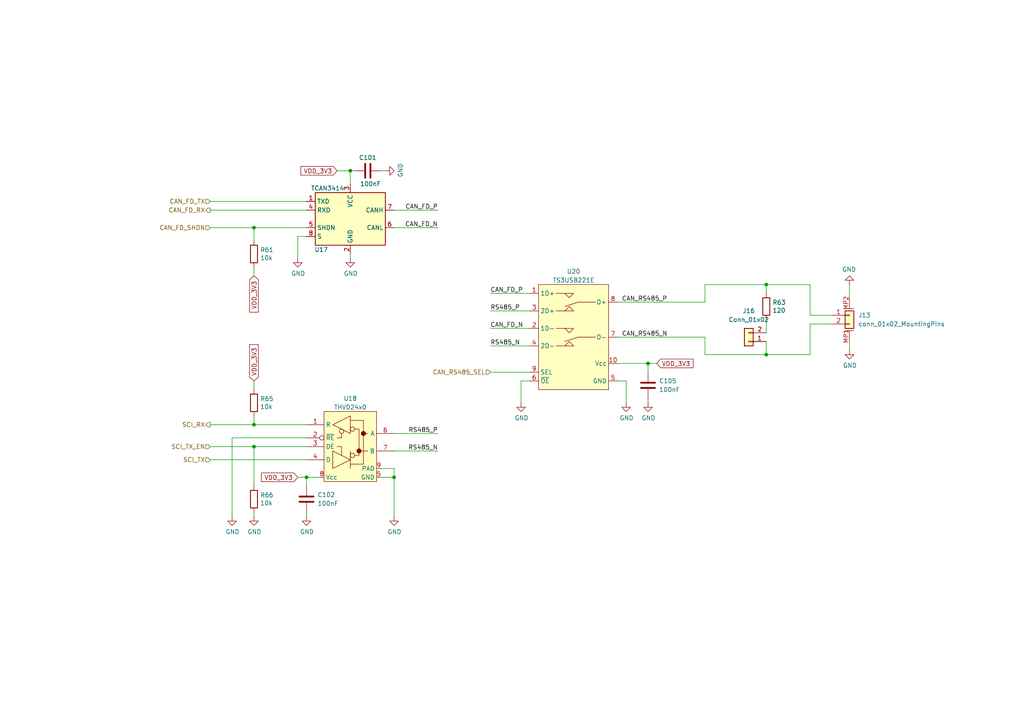
<source format=kicad_sch>
(kicad_sch (version 20231120) (generator "eeschema") (generator_version "8.0")
  (paper "A4")
  (title_block (title "Open MOtor DRiver Initiative (OMODRI)") (date "2024-12-19") (rev "3.3") (company "LAAS/CNRS"))
  (lib_symbols
    (symbol "Connector_Generic:Conn_01x02" (pin_names (offset 1.016) hide)
      (property "Reference" "J" (at 0 2.54 0))
      (property "Value" "Conn_01x02" (at 0 -5.08 0))
      (symbol "Conn_01x02_1_1"
        (rectangle (start -1.27 -2.413) (end 0 -2.667) (stroke (width 0.1524)))
        (rectangle (start -1.27 0.127) (end 0 -0.127) (stroke (width 0.1524)))
        (rectangle (start -1.27 1.27) (end 1.27 -3.81) (stroke (width 0.254)) (fill (type background)))
        (pin passive line (at -5.08 0 0) (length 3.81) (name "Pin_1") (number "1"))
        (pin passive line (at -5.08 -2.54 0) (length 3.81) (name "Pin_2") (number "2"))
      )
    )
    (symbol "Device:C" (pin_numbers hide) (pin_names (offset 0.254))
      (property "Reference" "C" (at 0.635 2.54 0))
      (property "Value" "C" (at 0.635 -2.54 0))
      (symbol "C_0_1"
        (polyline (pts (xy -2.032 -0.762) (xy 2.032 -0.762)) (stroke (width 0.508)))
        (polyline (pts (xy -2.032 0.762) (xy 2.032 0.762)) (stroke (width 0.508)))
      )
      (symbol "C_1_1"
        (pin passive line (at 0 3.81 270) (length 2.794) (name "~") (number "1"))
        (pin passive line (at 0 -3.81 90) (length 2.794) (name "~") (number "2"))
      )
    )
    (symbol "Device:R" (pin_numbers hide) (pin_names (offset 0))
      (property "Reference" "R" (at 2.032 0 90))
      (property "Value" "R" (at 0 0 90))
      (symbol "R_0_1"
        (rectangle (start -1.016 -2.54) (end 1.016 2.54) (stroke (width 0.254)))
      )
      (symbol "R_1_1"
        (pin passive line (at 0 3.81 270) (length 1.27) (name "~") (number "1"))
        (pin passive line (at 0 -3.81 90) (length 1.27) (name "~") (number "2"))
      )
    )
    (symbol "Interface_CAN_LIN:TCAN330G"
      (property "Reference" "U" (at -10.16 8.89 0))
      (property "Value" "TCAN330G" (at 2.54 8.89 0))
      (symbol "TCAN330G_0_1"
        (rectangle (start -10.16 7.62) (end 10.16 -7.62) (stroke (width 0.254)) (fill (type background)))
      )
      (symbol "TCAN330G_1_1"
        (pin input line (at -12.7 5.08 0) (length 2.54) (name "TXD") (number "1"))
        (pin power_in line (at 0 -10.16 90) (length 2.54) (name "GND") (number "2"))
        (pin power_in line (at 0 10.16 270) (length 2.54) (name "VCC") (number "3"))
        (pin tri_state line (at -12.7 2.54 0) (length 2.54) (name "RXD") (number "4"))
        (pin input line (at -12.7 -2.54 0) (length 2.54) (name "SHDN") (number "5"))
        (pin bidirectional line (at 12.7 -2.54 180) (length 2.54) (name "CANL") (number "6"))
        (pin bidirectional line (at 12.7 2.54 180) (length 2.54) (name "CANH") (number "7"))
        (pin input line (at -12.7 -5.08 0) (length 2.54) (name "S") (number "8"))
      )
    )
    (symbol "omodri_lib:THVD24x0"
      (property "Reference" "U" (at 0 12.7 0))
      (property "Value" "THVD24x0" (at 0 10.16 0))
      (symbol "THVD24x0_0_1"
        (rectangle (start -7.62 8.89) (end 7.62 -11.43) (stroke (width 0.1524)) (fill (type background)))
        (circle (center -2.54 3.175) (radius 0.635) (stroke (width 0.1524)))
        (polyline (pts (xy -20.32 7.62) (xy -20.32 7.62)) (stroke (width 0.1524)))
        (polyline (pts (xy 0 -2.54) (xy 0 -7.62)) (stroke (width 0.1524)))
        (polyline (pts (xy 2.54 -2.54) (xy 5.08 -2.54)) (stroke (width 0.1524)))
        (polyline (pts (xy 3.81 2.54) (xy 5.08 2.54)) (stroke (width 0.1524)))
        (polyline (pts (xy -3.81 -1.27) (xy -2.54 -1.27) (xy -2.54 -3.81)) (stroke (width 0.1524)))
        (polyline (pts (xy -3.81 1.27) (xy -2.54 1.27) (xy -2.54 2.54)) (stroke (width 0.1524)))
        (polyline (pts (xy -5.08 -7.62) (xy -5.08 -2.54) (xy 0 -5.08) (xy -5.08 -7.62)) (stroke (width 0.1524)))
        (polyline (pts (xy 0 -6.35) (xy 3.81 -6.35) (xy 3.81 6.35) (xy 0 6.35)) (stroke (width 0.1524)))
        (polyline (pts (xy 0 7.62) (xy 0 2.54) (xy -5.08 5.08) (xy 0 7.62)) (stroke (width 0.1524)))
        (polyline (pts (xy 1.27 -3.81) (xy 2.54 -3.81) (xy 2.54 3.81) (xy 1.27 3.81)) (stroke (width 0.1524)))
        (circle (center 0.635 -3.81) (radius 0.635) (stroke (width 0.1524)))
        (circle (center 0.635 3.81) (radius 0.635) (stroke (width 0.1524)))
        (circle (center 2.54 -2.54) (radius 0.635) (stroke (width 0.1524)) (fill (type outline)))
        (circle (center 3.81 2.54) (radius 0.635) (stroke (width 0.1524)) (fill (type outline)))
      )
      (symbol "THVD24x0_1_1"
        (pin tri_state line (at -12.7 5.08 0) (length 5.08) (name "R") (number "1"))
        (pin input inverted (at -12.7 1.27 0) (length 5.08) (name "~{RE}") (number "2"))
        (pin input line (at -12.7 -1.27 0) (length 5.08) (name "DE") (number "3"))
        (pin input line (at -12.7 -5.08 0) (length 5.08) (name "D") (number "4"))
        (pin passive line (at 8.89 -10.16 180) (length 1.27) (name "GND") (number "5"))
        (pin bidirectional line (at 12.7 2.54 180) (length 5.08) (name "A") (number "6"))
        (pin bidirectional line (at 12.7 -2.54 180) (length 5.08) (name "B") (number "7"))
        (pin passive line (at -8.89 -10.16 0) (length 1.27) (name "Vcc") (number "8"))
        (pin passive line (at 8.89 -7.62 180) (length 1.27) (name "PAD") (number "9"))
      )
    )
    (symbol "omodri_lib:TS3USB221"
      (property "Reference" "U" (at 0 13.97 0))
      (property "Value" "TS3USB221" (at 0 11.43 0))
      (symbol "TS3USB221_0_1"
        (polyline (pts (xy -5.08 -7.62) (xy -2.54 -7.62)))
        (polyline (pts (xy -5.08 -2.54) (xy -2.54 -2.54)))
        (polyline (pts (xy -5.08 2.54) (xy -2.54 2.54)))
        (polyline (pts (xy -5.08 7.62) (xy -2.54 7.62)))
        (polyline (pts (xy 1.27 -5.08) (xy -2.54 -6.35)))
        (polyline (pts (xy 1.27 -5.08) (xy 6.35 -5.08)))
        (polyline (pts (xy 1.27 5.08) (xy -2.54 3.81)))
        (polyline (pts (xy 1.27 5.08) (xy 6.35 5.08)))
        (polyline (pts (xy -2.54 -2.54) (xy -1.27 -3.81) (xy 0 -2.54) (xy -2.54 -2.54)))
        (polyline (pts (xy -2.54 7.62) (xy -1.27 6.35) (xy 0 7.62) (xy -2.54 7.62)))
        (polyline (pts (xy 0 -7.62) (xy -1.27 -6.35) (xy -2.54 -7.62) (xy 0 -7.62)))
        (polyline (pts (xy 0 2.54) (xy -1.27 3.81) (xy -2.54 2.54) (xy 0 2.54)))
      )
      (symbol "TS3USB221_1_1"
        (rectangle (start -10.16 10.16) (end 10.16 -20.32) (fill (type background)))
        (pin bidirectional line (at -12.7 7.62 0) (length 2.54) (name "1D+") (number "1"))
        (pin passive line (at 12.7 -12.7 180) (length 2.54) (name "Vcc") (number "10"))
        (pin bidirectional line (at -12.7 -2.54 0) (length 2.54) (name "1D-") (number "2"))
        (pin bidirectional line (at -12.7 2.54 0) (length 2.54) (name "2D+") (number "3"))
        (pin bidirectional line (at -12.7 -7.62 0) (length 2.54) (name "2D-") (number "4"))
        (pin passive line (at 12.7 -17.78 180) (length 2.54) (name "GND") (number "5"))
        (pin input line (at -12.7 -17.78 0) (length 2.54) (name "~{OE}") (number "6"))
        (pin bidirectional line (at 12.7 -5.08 180) (length 2.54) (name "D-") (number "7"))
        (pin bidirectional line (at 12.7 5.08 180) (length 2.54) (name "D+") (number "8"))
        (pin input line (at -12.7 -15.24 0) (length 2.54) (name "SEL") (number "9"))
      )
    )
    (symbol "omodri_lib:conn_01x02_MountingPins" (pin_names hide)
      (property "Reference" "J" (at 3.175 -1.27 0))
      (property "Value" "conn_01x02_MountingPins" (at 14.605 0.635 0))
      (symbol "conn_01x02_MountingPins_1_1"
        (rectangle (start -1.27 -1.143) (end 0 -1.397) (stroke (width 0.1524)))
        (rectangle (start -1.27 1.397) (end 0 1.143) (stroke (width 0.1524)))
        (rectangle (start -1.27 2.54) (end 1.27 -2.54) (stroke (width 0.254)) (fill (type background)))
        (polyline (pts (xy -1.27 -3.175) (xy 1.27 -3.175)) (stroke (width 0.1524)))
        (polyline (pts (xy -1.27 3.175) (xy 1.27 3.175)) (stroke (width 0.1524)))
        (pin passive line (at -5.08 1.27 0) (length 3.81) (name "Pin_1") (number "1"))
        (pin passive line (at -5.08 -1.27 0) (length 3.81) (name "Pin_2") (number "2"))
        (pin passive line (at 0 -6.35 90) (length 3.048) (name "MountPin1") (number "MP1"))
        (pin passive line (at 0 6.35 270) (length 3.048) (name "MountPin2") (number "MP2"))
      )
    )
    (symbol "power:GND" (power) (pin_numbers hide) (pin_names (offset 0) hide)
      (property "Value" "GND" (at 0 -3.81 0))
      (symbol "GND_0_1"
        (polyline (pts (xy 0 0) (xy 0 -1.27) (xy 1.27 -1.27) (xy 0 -2.54) (xy -1.27 -1.27) (xy 0 -1.27)))
      )
      (symbol "GND_1_1"
        (pin power_in line (at 0 0 270) (length 0) (name "~") (number "1"))
      )
    )
  )
  (junction (at 101.6 49.53))
  (junction (at 73.66 129.54))
  (junction (at 73.66 66.04))
  (junction (at 222.25 82.55))
  (junction (at 222.25 102.87))
  (junction (at 73.66 123.19))
  (junction (at 187.96 105.41))
  (junction (at 114.3 138.43))
  (junction (at 88.9 138.43))
  (wire (pts (xy 222.25 82.55) (xy 234.95 82.55)))
  (wire (pts (xy 101.6 73.66) (xy 101.6 74.93)))
  (wire (pts (xy 88.9 138.43) (xy 88.9 140.97)))
  (wire (pts (xy 246.38 82.55) (xy 246.38 86.36)))
  (wire (pts (xy 111.76 49.53) (xy 110.49 49.53)))
  (wire (pts (xy 101.6 49.53) (xy 102.87 49.53)))
  (wire (pts (xy 60.96 66.04) (xy 73.66 66.04)))
  (wire (pts (xy 151.13 110.49) (xy 151.13 116.84)))
  (wire (pts (xy 73.66 66.04) (xy 88.9 66.04)))
  (wire (pts (xy 73.66 110.49) (xy 73.66 113.03)))
  (wire (pts (xy 60.96 129.54) (xy 73.66 129.54)))
  (wire (pts (xy 234.95 82.55) (xy 234.95 91.44)))
  (wire (pts (xy 222.25 102.87) (xy 234.95 102.87)))
  (wire (pts (xy 114.3 60.96) (xy 127 60.96)))
  (wire (pts (xy 179.07 87.63) (xy 204.47 87.63)))
  (wire (pts (xy 187.96 116.84) (xy 187.96 115.57)))
  (wire (pts (xy 151.13 110.49) (xy 153.67 110.49)))
  (wire (pts (xy 187.96 105.41) (xy 190.5 105.41)))
  (wire (pts (xy 204.47 82.55) (xy 222.25 82.55)))
  (wire (pts (xy 73.66 129.54) (xy 88.9 129.54)))
  (wire (pts (xy 86.36 68.58) (xy 88.9 68.58)))
  (wire (pts (xy 234.95 93.98) (xy 234.95 102.87)))
  (wire (pts (xy 142.24 100.33) (xy 153.67 100.33)))
  (wire (pts (xy 60.96 60.96) (xy 88.9 60.96)))
  (wire (pts (xy 114.3 135.89) (xy 114.3 138.43)))
  (wire (pts (xy 222.25 99.06) (xy 222.25 102.87)))
  (wire (pts (xy 187.96 105.41) (xy 187.96 107.95)))
  (wire (pts (xy 142.24 90.17) (xy 153.67 90.17)))
  (wire (pts (xy 222.25 82.55) (xy 222.25 85.09)))
  (wire (pts (xy 73.66 120.65) (xy 73.66 123.19)))
  (wire (pts (xy 241.3 91.44) (xy 234.95 91.44)))
  (wire (pts (xy 67.31 127) (xy 88.9 127)))
  (wire (pts (xy 60.96 133.35) (xy 88.9 133.35)))
  (wire (pts (xy 60.96 123.19) (xy 73.66 123.19)))
  (wire (pts (xy 60.96 58.42) (xy 88.9 58.42)))
  (wire (pts (xy 204.47 102.87) (xy 222.25 102.87)))
  (wire (pts (xy 114.3 138.43) (xy 114.3 149.86)))
  (wire (pts (xy 110.49 135.89) (xy 114.3 135.89)))
  (wire (pts (xy 86.36 138.43) (xy 88.9 138.43)))
  (wire (pts (xy 179.07 105.41) (xy 187.96 105.41)))
  (wire (pts (xy 204.47 82.55) (xy 204.47 87.63)))
  (wire (pts (xy 179.07 110.49) (xy 181.61 110.49)))
  (wire (pts (xy 179.07 97.79) (xy 204.47 97.79)))
  (wire (pts (xy 110.49 138.43) (xy 114.3 138.43)))
  (wire (pts (xy 88.9 138.43) (xy 92.71 138.43)))
  (wire (pts (xy 88.9 149.86) (xy 88.9 148.59)))
  (wire (pts (xy 142.24 85.09) (xy 153.67 85.09)))
  (wire (pts (xy 222.25 92.71) (xy 222.25 96.52)))
  (wire (pts (xy 73.66 77.47) (xy 73.66 80.01)))
  (wire (pts (xy 73.66 129.54) (xy 73.66 140.97)))
  (wire (pts (xy 114.3 66.04) (xy 127 66.04)))
  (wire (pts (xy 142.24 95.25) (xy 153.67 95.25)))
  (wire (pts (xy 234.95 93.98) (xy 241.3 93.98)))
  (wire (pts (xy 114.3 125.73) (xy 127 125.73)))
  (wire (pts (xy 73.66 149.86) (xy 73.66 148.59)))
  (wire (pts (xy 181.61 110.49) (xy 181.61 116.84)))
  (wire (pts (xy 67.31 127) (xy 67.31 149.86)))
  (wire (pts (xy 97.79 49.53) (xy 101.6 49.53)))
  (wire (pts (xy 114.3 130.81) (xy 127 130.81)))
  (wire (pts (xy 86.36 68.58) (xy 86.36 74.93)))
  (wire (pts (xy 246.38 99.06) (xy 246.38 101.6)))
  (wire (pts (xy 204.47 97.79) (xy 204.47 102.87)))
  (wire (pts (xy 73.66 69.85) (xy 73.66 66.04)))
  (wire (pts (xy 142.24 107.95) (xy 153.67 107.95)))
  (wire (pts (xy 101.6 49.53) (xy 101.6 53.34)))
  (wire (pts (xy 73.66 123.19) (xy 88.9 123.19)))
  (label "CAN_FD_P" (at 127 60.96 180))
  (label "CAN_FD_N" (at 127 66.04 180))
  (label "RS485_N" (at 142.24 100.33 0))
  (label "RS485_P" (at 142.24 90.17 0))
  (label "CAN_RS485_P" (at 180.34 87.63 0))
  (label "CAN_RS485_N" (at 180.34 97.79 0))
  (label "RS485_N" (at 127 130.81 180))
  (label "CAN_FD_P" (at 142.24 85.09 0))
  (label "CAN_FD_N" (at 142.24 95.25 0))
  (label "RS485_P" (at 127 125.73 180))
  (global_label "VDD_3V3" (shape input) (at 73.66 80.01 270) (property "Intersheetrefs" "${INTERSHEET_REFS}" (effects (hide yes))) (property "Références Inter-Feuilles" "${INTERSHEET_REFS}" (effects (hide yes))))
  (global_label "VDD_3V3" (shape input) (at 97.79 49.53 180) (property "Intersheetrefs" "${INTERSHEET_REFS}" (effects (hide yes))) (property "Références Inter-Feuilles" "${INTERSHEET_REFS}" (effects (hide yes))))
  (global_label "VDD_3V3" (shape input) (at 73.66 110.49 90) (property "Intersheetrefs" "${INTERSHEET_REFS}" (effects (hide yes))) (property "Références Inter-Feuilles" "${INTERSHEET_REFS}" (effects (hide yes))))
  (global_label "VDD_3V3" (shape input) (at 86.36 138.43 180) (property "Intersheetrefs" "${INTERSHEET_REFS}" (effects (hide yes))) (property "Références Inter-Feuilles" "${INTERSHEET_REFS}" (effects (hide yes))))
  (global_label "VDD_3V3" (shape input) (at 190.5 105.41 0) (property "Intersheetrefs" "${INTERSHEET_REFS}" (effects (hide yes))) (property "Références Inter-Feuilles" "${INTERSHEET_REFS}" (effects (hide yes))))
  (hierarchical_label "CAN_RS485_SEL" (shape input) (at 142.24 107.95 180))
  (hierarchical_label "SCI_RX" (shape output) (at 60.96 123.19 180))
  (hierarchical_label "CAN_FD_TX" (shape input) (at 60.96 58.42 180))
  (hierarchical_label "SCI_TX_EN" (shape input) (at 60.96 129.54 180))
  (hierarchical_label "SCI_TX" (shape input) (at 60.96 133.35 180))
  (hierarchical_label "CAN_FD_RX" (shape output) (at 60.96 60.96 180))
  (hierarchical_label "CAN_FD_SHDN" (shape input) (at 60.96 66.04 180))
  (symbol (lib_id "power:GND") (at 246.38 82.55 180) (unit 1)
    (property "Reference" "#PWR032" (effects (hide yes)))
    (property "Value" "GND" (at 246.253 78.1558 0))
    (property "Description" "Power symbol creates a global label with name \"GND\" , ground" (effects (hide yes)))
  )
  (symbol (lib_id "Device:R") (at 73.66 144.78 180) (unit 1)
    (property "Reference" "R66" (at 75.438 143.6116 0) (effects (justify right)))
    (property "Value" "10k" (at 75.438 145.923 0) (effects (justify right)))
    (property "Footprint" "Resistor_SMD:R_0201_0603Metric" (effects (hide yes)))
    (property "Description" "Resistor" (effects (hide yes)))
    (property "DigiKey" "P122414CT-ND" (effects (hide yes)))
    (property "Farnell" "2302362" (effects (hide yes)))
    (property "Mouser" "667-ERJ-1GNF1002C" (effects (hide yes)))
    (property "Part No" "ERJ-1GNF1002C" (effects (hide yes)))
    (property "RS" "176-3597" (effects (hide yes)))
    (property "LCSC" "C9900024792" (effects (hide yes)))
  )
  (symbol (lib_id "power:GND") (at 101.6 74.93 0) (unit 1)
    (property "Reference" "#PWR0155" (effects (hide yes)))
    (property "Value" "GND" (at 101.727 79.3242 0))
    (property "Description" "Power symbol creates a global label with name \"GND\" , ground" (effects (hide yes)))
  )
  (symbol (lib_id "Interface_CAN_LIN:TCAN330G") (at 101.6 63.5 0) (unit 1)
    (property "Reference" "U17" (at 91.186 72.39 0) (effects (justify left)))
    (property "Value" "TCAN3414" (at 90.17 54.61 0) (effects (justify left)))
    (property "Footprint" "Package_TO_SOT_SMD:SOT-23-8" (effects (hide yes)))
    (property "Datasheet" "https://www.ti.com/lit/ds/symlink/tcan3414.pdf" (effects (hide yes)))
    (property "Description" "High-Speed CAN Transceiver with CAN FD, 8Mbps, 3.3V supply, standby mode, shutdown mode, SOT-23-8/SOIC-8" (effects (hide yes)))
    (property "DigiKey" "296-TCAN3414DDFRCT-ND" (effects (hide yes)))
    (property "Part No" "TCAN3414DDFR" (effects (hide yes)))
    (property "Mouser" "595-TCAN3414DDFR" (effects (hide yes)))
  )
  (symbol (lib_id "power:GND") (at 114.3 149.86 0) (unit 1)
    (property "Reference" "#PWR0159" (effects (hide yes)))
    (property "Value" "GND" (at 114.427 154.2542 0))
    (property "Description" "Power symbol creates a global label with name \"GND\" , ground" (effects (hide yes)))
  )
  (symbol (lib_id "omodri_lib:TS3USB221") (at 166.37 92.71 0) (unit 1)
    (property "Reference" "U20" (at 166.37 78.74 0))
    (property "Value" "TS3USB221E" (at 166.37 81.28 0))
    (property "Footprint" "udriver3:UQFN-10_1.5x2mm_P0.5mm" (effects (hide yes)))
    (property "Datasheet" "https://www.ti.com/lit/ds/symlink/ts3usb221.pdf" (effects (hide yes)))
    (property "Description" "High-Speed USB 2.0 (480 Mbps) 1:2 Multiplexer/Demultiplexer Switch With Single Enable" (effects (hide yes)))
    (property "DigiKey" "296-25222-1-ND" (effects (hide yes)))
    (property "Farnell" "3124910" (effects (hide yes)))
    (property "Mouser" " 595-TS3USB221ERSER" (effects (hide yes)))
    (property "Part No" "TS3USB221ERSER" (effects (hide yes)))
    (property "RS" "817-5575" (effects (hide yes)))
    (property "LCSC" "C129313" (effects (hide yes)))
  )
  (symbol (lib_id "Device:R") (at 73.66 116.84 180) (unit 1)
    (property "Reference" "R65" (at 75.438 115.6716 0) (effects (justify right)))
    (property "Value" "10k" (at 75.438 117.983 0) (effects (justify right)))
    (property "Footprint" "Resistor_SMD:R_0201_0603Metric" (effects (hide yes)))
    (property "Description" "Resistor" (effects (hide yes)))
    (property "DigiKey" "P122414CT-ND" (effects (hide yes)))
    (property "Farnell" "2302362" (effects (hide yes)))
    (property "Mouser" "667-ERJ-1GNF1002C" (effects (hide yes)))
    (property "Part No" "ERJ-1GNF1002C" (effects (hide yes)))
    (property "RS" "176-3597" (effects (hide yes)))
    (property "LCSC" "C9900024792" (effects (hide yes)))
  )
  (symbol (lib_id "omodri_lib:THVD24x0") (at 101.6 128.27 0) (unit 1)
    (property "Reference" "U18" (at 101.6 115.57 0))
    (property "Value" "THVD24x0" (at 101.6 118.11 0))
    (property "Footprint" "udriver3:VSON-8-1EP_3.0x3.0mm_P0.65mm_EP1.65x2.4mm" (effects (hide yes)))
    (property "Datasheet" "https://www.ti.com/lit/ds/symlink/thvd2450.pdf" (effects (hide yes)))
    (property "Description" "±70-V Fault-Protected, 3.3-V to 5-V supply, RS-485 Transceivers With IEC ESD" (effects (hide yes)))
    (property "DigiKey" "296-THVD2450DRBRTR-ND" (effects (hide yes)))
    (property "Mouser" "595-THVD2450DRBR" (effects (hide yes)))
    (property "Part No" "THVD2450DRBR" (effects (hide yes)))
    (property "LCSC" "C2878080" (effects (hide yes)))
  )
  (symbol (lib_id "Device:C") (at 88.9 144.78 0) (unit 1)
    (property "Reference" "C102" (at 92.075 143.51 0) (effects (justify left)))
    (property "Value" "100nF" (at 92.075 146.05 0) (effects (justify left)))
    (property "Footprint" "Capacitor_SMD:C_0201_0603Metric" (effects (hide yes)))
    (property "Description" "Unpolarized capacitor" (effects (hide yes)))
    (property "DigiKey" "490-12686-1-ND" (effects (hide yes)))
    (property "Farnell" "2990693" (effects (hide yes)))
    (property "Mouser" "81-GRM033R61E104KE4D" (effects (hide yes)))
    (property "Part No" "GRM033R61E104KE14D" (effects (hide yes)))
    (property "Rated Voltage" "25V" (effects (hide yes)))
    (property "LCSC" "C76939" (effects (hide yes)))
  )
  (symbol (lib_id "power:GND") (at 187.96 116.84 0) (unit 1)
    (property "Reference" "#PWR0172" (effects (hide yes)))
    (property "Value" "GND" (at 188.087 121.2342 0))
    (property "Description" "Power symbol creates a global label with name \"GND\" , ground" (effects (hide yes)))
  )
  (symbol (lib_id "Device:C") (at 106.68 49.53 90) (unit 1)
    (property "Reference" "C101" (at 109.22 45.72 90) (effects (justify left)))
    (property "Value" "100nF" (at 110.49 53.34 90) (effects (justify left)))
    (property "Footprint" "Capacitor_SMD:C_0201_0603Metric" (effects (hide yes)))
    (property "Description" "Unpolarized capacitor" (effects (hide yes)))
    (property "DigiKey" "490-12686-1-ND" (effects (hide yes)))
    (property "Farnell" "2990693" (effects (hide yes)))
    (property "Mouser" "81-GRM033R61E104KE4D" (effects (hide yes)))
    (property "Part No" "GRM033R61E104KE14D" (effects (hide yes)))
    (property "Rated Voltage" "25V" (effects (hide yes)))
    (property "LCSC" "C76939" (effects (hide yes)))
  )
  (symbol (lib_id "power:GND") (at 88.9 149.86 0) (unit 1)
    (property "Reference" "#PWR0158" (effects (hide yes)))
    (property "Value" "GND" (at 89.027 154.2542 0))
    (property "Description" "Power symbol creates a global label with name \"GND\" , ground" (effects (hide yes)))
  )
  (symbol (lib_id "power:GND") (at 111.76 49.53 90) (unit 1)
    (property "Reference" "#PWR0152" (effects (hide yes)))
    (property "Value" "GND" (at 116.1542 49.403 0))
    (property "Description" "Power symbol creates a global label with name \"GND\" , ground" (effects (hide yes)))
  )
  (symbol (lib_id "Device:C") (at 187.96 111.76 0) (unit 1)
    (property "Reference" "C105" (at 191.135 110.49 0) (effects (justify left)))
    (property "Value" "100nF" (at 191.135 113.03 0) (effects (justify left)))
    (property "Footprint" "Capacitor_SMD:C_0201_0603Metric" (effects (hide yes)))
    (property "Description" "Unpolarized capacitor" (effects (hide yes)))
    (property "DigiKey" "490-12686-1-ND" (effects (hide yes)))
    (property "Farnell" "2990693" (effects (hide yes)))
    (property "Mouser" "81-GRM033R61E104KE4D" (effects (hide yes)))
    (property "Part No" "GRM033R61E104KE14D" (effects (hide yes)))
    (property "Rated Voltage" "25V" (effects (hide yes)))
    (property "LCSC" "C76939" (effects (hide yes)))
  )
  (symbol (lib_id "power:GND") (at 246.38 101.6 0) (unit 1)
    (property "Reference" "#PWR026" (effects (hide yes)))
    (property "Value" "GND" (at 246.507 105.9942 0))
    (property "Description" "Power symbol creates a global label with name \"GND\" , ground" (effects (hide yes)))
  )
  (symbol (lib_id "power:GND") (at 151.13 116.84 0) (unit 1)
    (property "Reference" "#PWR0178" (effects (hide yes)))
    (property "Value" "GND" (at 151.257 121.2342 0))
    (property "Description" "Power symbol creates a global label with name \"GND\" , ground" (effects (hide yes)))
  )
  (symbol (lib_id "Device:R") (at 73.66 73.66 180) (unit 1)
    (property "Reference" "R61" (at 75.438 72.4916 0) (effects (justify right)))
    (property "Value" "10k" (at 75.438 74.803 0) (effects (justify right)))
    (property "Footprint" "Resistor_SMD:R_0201_0603Metric" (effects (hide yes)))
    (property "Description" "Resistor" (effects (hide yes)))
    (property "DigiKey" "P122414CT-ND" (effects (hide yes)))
    (property "Farnell" "2302362" (effects (hide yes)))
    (property "Mouser" "667-ERJ-1GNF1002C" (effects (hide yes)))
    (property "Part No" "ERJ-1GNF1002C" (effects (hide yes)))
    (property "RS" "176-3597" (effects (hide yes)))
    (property "LCSC" "C9900024792" (effects (hide yes)))
  )
  (symbol (lib_id "power:GND") (at 181.61 116.84 0) (unit 1)
    (property "Reference" "#PWR0173" (effects (hide yes)))
    (property "Value" "GND" (at 181.737 121.2342 0))
    (property "Description" "Power symbol creates a global label with name \"GND\" , ground" (effects (hide yes)))
  )
  (symbol (lib_id "Connector_Generic:Conn_01x02") (at 217.17 99.06 180) (unit 1)
    (property "Reference" "J16" (at 217.17 90.17 0))
    (property "Value" "Conn_01x02" (at 217.17 92.71 0))
    (property "Footprint" "udriver3:SAMTEC_TMS-102-02-G-S-RA" (effects (hide yes)))
    (property "Description" "Generic connector, single row, 01x02, script generated (kicad-library-utils/schlib/autogen/connector/)" (effects (hide yes)))
    (property "DigiKey" "SAM12200-ND" (effects (hide yes)))
    (property "Farnell" "3662449" (effects (hide yes)))
    (property "Mouser" "200-TMS10202GSRA" (effects (hide yes)))
    (property "Part No" " TMS-102-02-G-S-RA" (effects (hide yes)))
    (property "RS" "1982925" (effects (hide yes)))
    (property "LCSC" "C6885801" (effects (hide yes)))
  )
  (symbol (lib_id "omodri_lib:conn_01x02_MountingPins") (at 246.38 92.71 0) (unit 1)
    (property "Reference" "J13" (at 248.92 91.44 0) (effects (justify left)))
    (property "Value" "conn_01x02_MountingPins" (at 248.92 93.98 0) (effects (justify left)))
    (property "Footprint" "udriver3:Hirose_DF13_02P-1.25H_1x02_P1.25mm_Right_angle" (effects (hide yes)))
    (property "Datasheet" "https://www.hirose.com/en/product/document?clcode=&productname=&series=DF13&documenttype=Catalog&lang=en&documentid=en_DF13_CAT" (effects (hide yes)))
    (property "DigiKey" "H126390-ND" (effects (hide yes)))
    (property "Mouser" "798-DF13-2P-1.25H76" (effects (hide yes)))
    (property "Part No" "DF13-2P-1.25H(76)" (effects (hide yes)))
    (property "RS" "188-6440" (effects (hide yes)))
    (property "LCSC" "C597868" (effects (hide yes)))
  )
  (symbol (lib_id "Device:R") (at 222.25 88.9 0) (unit 1)
    (property "Reference" "R63" (at 224.028 87.7316 0) (effects (justify left)))
    (property "Value" "120" (at 224.028 90.043 0) (effects (justify left)))
    (property "Footprint" "Resistor_SMD:R_0201_0603Metric" (effects (hide yes)))
    (property "Description" "Resistor" (effects (hide yes)))
    (property "DigiKey" "P122692CT-ND" (effects (hide yes)))
    (property "Farnell" "2396857" (effects (hide yes)))
    (property "Mouser" "667-ERJ-1GNF1200C" (effects (hide yes)))
    (property "Part No" "ERJ-1GNF1200C" (effects (hide yes)))
  )
  (symbol (lib_id "power:GND") (at 67.31 149.86 0) (unit 1)
    (property "Reference" "#PWR0171" (effects (hide yes)))
    (property "Value" "GND" (at 67.437 154.2542 0))
    (property "Description" "Power symbol creates a global label with name \"GND\" , ground" (effects (hide yes)))
  )
  (symbol (lib_id "power:GND") (at 86.36 74.93 0) (unit 1)
    (property "Reference" "#PWR0154" (effects (hide yes)))
    (property "Value" "GND" (at 86.487 79.3242 0))
    (property "Description" "Power symbol creates a global label with name \"GND\" , ground" (effects (hide yes)))
  )
  (symbol (lib_id "power:GND") (at 73.66 149.86 0) (unit 1)
    (property "Reference" "#PWR0157" (effects (hide yes)))
    (property "Value" "GND" (at 73.787 154.2542 0))
    (property "Description" "Power symbol creates a global label with name \"GND\" , ground" (effects (hide yes)))
  )
)
</source>
